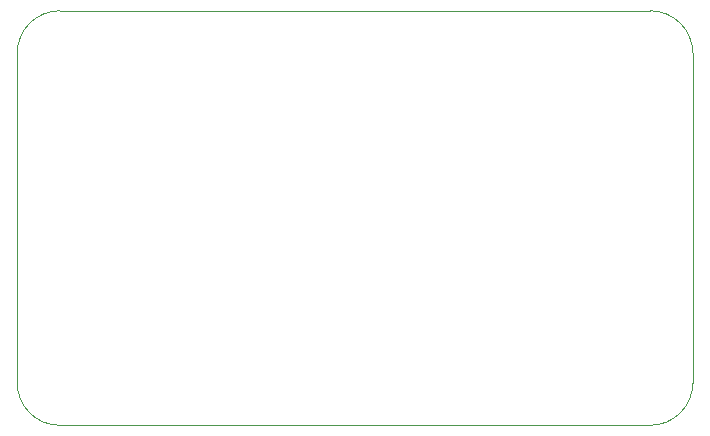
<source format=gm1>
%TF.GenerationSoftware,KiCad,Pcbnew,8.0.1*%
%TF.CreationDate,2025-02-14T15:05:20+08:00*%
%TF.ProjectId,SpeakerDriver,53706561-6b65-4724-9472-697665722e6b,rev?*%
%TF.SameCoordinates,Original*%
%TF.FileFunction,Profile,NP*%
%FSLAX46Y46*%
G04 Gerber Fmt 4.6, Leading zero omitted, Abs format (unit mm)*
G04 Created by KiCad (PCBNEW 8.0.1) date 2025-02-14 15:05:20*
%MOMM*%
%LPD*%
G01*
G04 APERTURE LIST*
%TA.AperFunction,Profile*%
%ADD10C,0.050000*%
%TD*%
G04 APERTURE END LIST*
D10*
X181700000Y-120000000D02*
G75*
G02*
X178100000Y-123600000I-3600000J0D01*
G01*
X124500000Y-120000000D02*
X124500000Y-92100000D01*
X178100000Y-123600000D02*
X128100000Y-123600000D01*
X128100000Y-123600000D02*
G75*
G02*
X124500000Y-120000000I0J3600000D01*
G01*
X124500000Y-92100000D02*
G75*
G02*
X128100000Y-88500000I3600000J0D01*
G01*
X181700000Y-92100000D02*
X181700000Y-120000000D01*
X128100000Y-88500000D02*
X178100000Y-88500000D01*
X178100000Y-88500000D02*
G75*
G02*
X181700000Y-92100000I0J-3600000D01*
G01*
M02*

</source>
